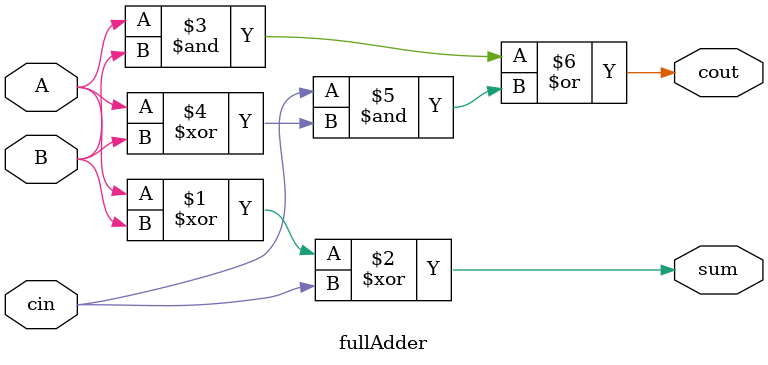
<source format=sv>
/* Oliver Huang [ohlbur] & Casey Culbertson [casey534]
 * Prof. Hussein
 * EE 469
 * 6April 2023
 * Lab 1 - DE1_SoC.sv
 */

// Implements a full adder
module fullAdder (A, B, cin, sum, cout);
	
	input logic A,B,cin;
	output logic sum, cout;
	
	assign sum = A ^ B ^ cin; 
	assign cout = A & B | cin & (A^B);
	
endmodule

</source>
